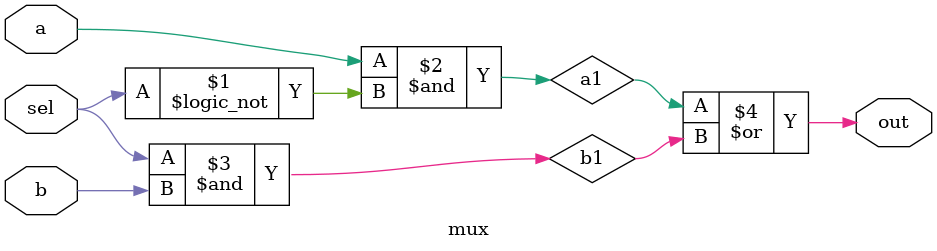
<source format=v>
module mux(input a,
           input b,
           input sel,
           output out);
    
    
    wire a1,b1;
    
    assign a1  = a & !sel;
    assign b1  = sel & b;
    assign out = a1 | b1;
    
endmodule

</source>
